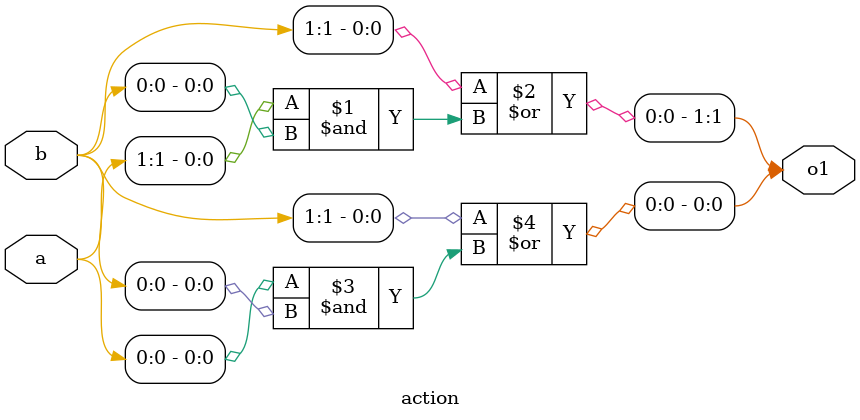
<source format=v>
module action(o1,a,b);
//carry 2 bit x(j)=a x(j+1)=b
input [1:0]a;
input [1:0]b;
output [1:0]o1;

assign o1[1] = b[1]|a[1]&b[0];
assign o1[0] = b[1]|a[0]&b[0];
// assign o1[1] = a[1]|b[1]&a[0];
// assign o1[0] = a[1]|b[0]&a[0];

endmodule // action(carry,carryout)
</source>
